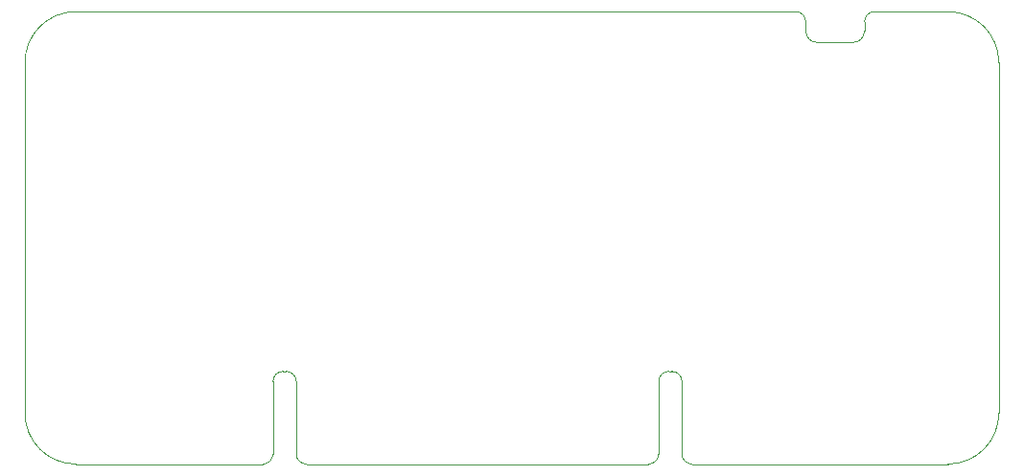
<source format=gbr>
G04 #@! TF.GenerationSoftware,KiCad,Pcbnew,(6.0.11)*
G04 #@! TF.CreationDate,2024-06-06T18:38:18+02:00*
G04 #@! TF.ProjectId,Wireless_Motion,57697265-6c65-4737-935f-4d6f74696f6e,rev?*
G04 #@! TF.SameCoordinates,Original*
G04 #@! TF.FileFunction,Profile,NP*
%FSLAX45Y45*%
G04 Gerber Fmt 4.5, Leading zero omitted, Abs format (unit mm)*
G04 Created by KiCad (PCBNEW (6.0.11)) date 2024-06-06 18:38:18*
%MOMM*%
%LPD*%
G01*
G04 APERTURE LIST*
G04 #@! TA.AperFunction,Profile*
%ADD10C,0.100000*%
G04 #@! TD*
G04 APERTURE END LIST*
D10*
X8727500Y-7614000D02*
X8727500Y-8254000D01*
X13433000Y-4516500D02*
G75*
G03*
X13533000Y-4616500I100000J0D01*
G01*
X12223568Y-7524000D02*
X12249068Y-7524000D01*
X14040500Y-4344000D02*
G75*
G03*
X13950500Y-4434000I0J-90000D01*
G01*
X13433000Y-4434000D02*
G75*
G03*
X13343000Y-4344000I-90000J0D01*
G01*
X8637500Y-8344000D02*
G75*
G03*
X8727500Y-8254000I0J90000D01*
G01*
X8637500Y-8344000D02*
X6987500Y-8344000D01*
X15137500Y-4794000D02*
G75*
G03*
X14687500Y-4344000I-450000J0D01*
G01*
X13850500Y-4616500D02*
G75*
G03*
X13950500Y-4516500I0J100000D01*
G01*
X13950500Y-4434000D02*
X13950500Y-4516500D01*
X6537500Y-7894000D02*
X6537500Y-4794000D01*
X13343000Y-4344000D02*
X6987500Y-4344000D01*
X8933000Y-8254000D02*
G75*
G03*
X9023000Y-8344000I90000J0D01*
G01*
X13433000Y-4516500D02*
X13433000Y-4434000D01*
X6987500Y-4344000D02*
G75*
G03*
X6537500Y-4794000I0J-450000D01*
G01*
X8933000Y-7614000D02*
X8933000Y-8254000D01*
X6537500Y-7894000D02*
G75*
G03*
X6987500Y-8344000I450000J0D01*
G01*
X12339070Y-7614000D02*
G75*
G03*
X12249068Y-7524000I-90000J0D01*
G01*
X8817500Y-7524000D02*
G75*
G03*
X8727500Y-7614000I0J-90000D01*
G01*
X12339070Y-8254000D02*
G75*
G03*
X12429068Y-8344000I90000J0D01*
G01*
X14040500Y-4344000D02*
X14687500Y-4344000D01*
X9023000Y-8344000D02*
X12043568Y-8344000D01*
X12339068Y-7614000D02*
X12339068Y-8254000D01*
X12133568Y-7614000D02*
X12133568Y-8254000D01*
X12429068Y-8344000D02*
X14687500Y-8344000D01*
X12043568Y-8343998D02*
G75*
G03*
X12133568Y-8254000I2J89999D01*
G01*
X13533000Y-4616500D02*
X13850500Y-4616500D01*
X8933000Y-7614000D02*
G75*
G03*
X8843000Y-7524000I-90000J0D01*
G01*
X14687500Y-8344000D02*
G75*
G03*
X15137500Y-7894000I0J450000D01*
G01*
X12223568Y-7523998D02*
G75*
G03*
X12133568Y-7614000I2J-90002D01*
G01*
X8817500Y-7524000D02*
X8843000Y-7524000D01*
X15137500Y-4794000D02*
X15137500Y-7894000D01*
M02*

</source>
